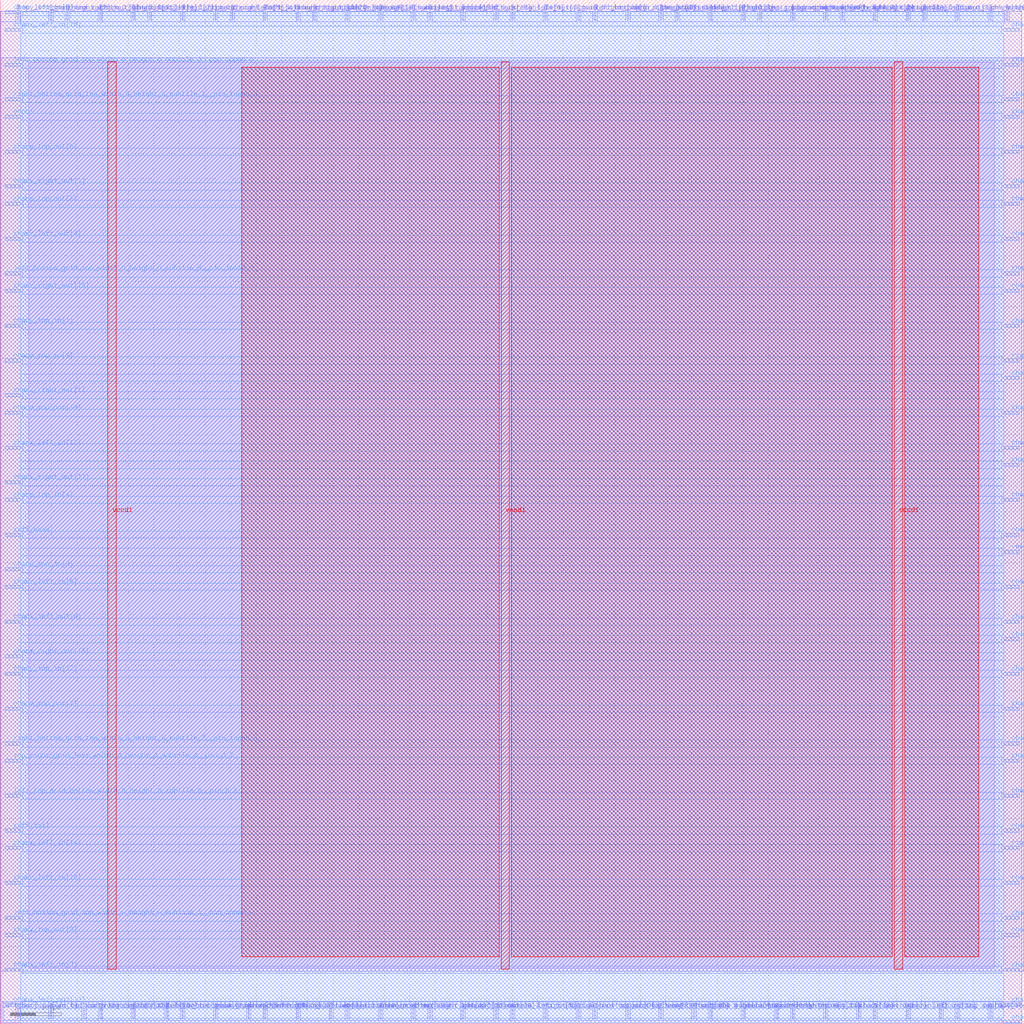
<source format=lef>
VERSION 5.7 ;
  NOWIREEXTENSIONATPIN ON ;
  DIVIDERCHAR "/" ;
  BUSBITCHARS "[]" ;
MACRO sb_1__0_
  CLASS BLOCK ;
  FOREIGN sb_1__0_ ;
  ORIGIN 0.000 0.000 ;
  SIZE 200.000 BY 200.000 ;
  PIN ccff_head
    DIRECTION INPUT ;
    USE SIGNAL ;
    PORT
      LAYER met3 ;
        RECT 1.000 95.240 4.000 95.840 ;
    END
  END ccff_head
  PIN ccff_tail
    DIRECTION OUTPUT TRISTATE ;
    USE SIGNAL ;
    PORT
      LAYER met3 ;
        RECT 1.000 37.440 4.000 38.040 ;
    END
  END ccff_tail
  PIN chanx_left_in[0]
    DIRECTION INPUT ;
    USE SIGNAL ;
    PORT
      LAYER met2 ;
        RECT 25.850 196.000 26.130 199.000 ;
    END
  END chanx_left_in[0]
  PIN chanx_left_in[10]
    DIRECTION INPUT ;
    USE SIGNAL ;
    PORT
      LAYER met3 ;
        RECT 1.000 27.240 4.000 27.840 ;
    END
  END chanx_left_in[10]
  PIN chanx_left_in[11]
    DIRECTION INPUT ;
    USE SIGNAL ;
    PORT
      LAYER met2 ;
        RECT 177.190 1.000 177.470 4.000 ;
    END
  END chanx_left_in[11]
  PIN chanx_left_in[12]
    DIRECTION INPUT ;
    USE SIGNAL ;
    PORT
      LAYER met2 ;
        RECT 128.890 1.000 129.170 4.000 ;
    END
  END chanx_left_in[12]
  PIN chanx_left_in[13]
    DIRECTION INPUT ;
    USE SIGNAL ;
    PORT
      LAYER met3 ;
        RECT 1.000 112.240 4.000 112.840 ;
    END
  END chanx_left_in[13]
  PIN chanx_left_in[14]
    DIRECTION INPUT ;
    USE SIGNAL ;
    PORT
      LAYER met3 ;
        RECT 1.000 34.040 4.000 34.640 ;
    END
  END chanx_left_in[14]
  PIN chanx_left_in[15]
    DIRECTION INPUT ;
    USE SIGNAL ;
    PORT
      LAYER met2 ;
        RECT 90.250 196.000 90.530 199.000 ;
    END
  END chanx_left_in[15]
  PIN chanx_left_in[16]
    DIRECTION INPUT ;
    USE SIGNAL ;
    PORT
      LAYER met3 ;
        RECT 1.000 193.840 4.000 194.440 ;
    END
  END chanx_left_in[16]
  PIN chanx_left_in[17]
    DIRECTION INPUT ;
    USE SIGNAL ;
    PORT
      LAYER met2 ;
        RECT 64.490 1.000 64.770 4.000 ;
    END
  END chanx_left_in[17]
  PIN chanx_left_in[18]
    DIRECTION INPUT ;
    USE SIGNAL ;
    PORT
      LAYER met2 ;
        RECT 144.990 1.000 145.270 4.000 ;
    END
  END chanx_left_in[18]
  PIN chanx_left_in[1]
    DIRECTION INPUT ;
    USE SIGNAL ;
    PORT
      LAYER met2 ;
        RECT 128.890 196.000 129.170 199.000 ;
    END
  END chanx_left_in[1]
  PIN chanx_left_in[2]
    DIRECTION INPUT ;
    USE SIGNAL ;
    PORT
      LAYER met2 ;
        RECT 29.070 196.000 29.350 199.000 ;
    END
  END chanx_left_in[2]
  PIN chanx_left_in[3]
    DIRECTION INPUT ;
    USE SIGNAL ;
    PORT
      LAYER met2 ;
        RECT 122.450 1.000 122.730 4.000 ;
    END
  END chanx_left_in[3]
  PIN chanx_left_in[4]
    DIRECTION INPUT ;
    USE SIGNAL ;
    PORT
      LAYER met2 ;
        RECT 45.170 196.000 45.450 199.000 ;
    END
  END chanx_left_in[4]
  PIN chanx_left_in[5]
    DIRECTION INPUT ;
    USE SIGNAL ;
    PORT
      LAYER met2 ;
        RECT 99.910 1.000 100.190 4.000 ;
    END
  END chanx_left_in[5]
  PIN chanx_left_in[6]
    DIRECTION INPUT ;
    USE SIGNAL ;
    PORT
      LAYER met3 ;
        RECT 1.000 85.040 4.000 85.640 ;
    END
  END chanx_left_in[6]
  PIN chanx_left_in[7]
    DIRECTION INPUT ;
    USE SIGNAL ;
    PORT
      LAYER met3 ;
        RECT 1.000 10.240 4.000 10.840 ;
    END
  END chanx_left_in[7]
  PIN chanx_left_in[8]
    DIRECTION INPUT ;
    USE SIGNAL ;
    PORT
      LAYER met2 ;
        RECT 138.550 196.000 138.830 199.000 ;
    END
  END chanx_left_in[8]
  PIN chanx_left_in[9]
    DIRECTION INPUT ;
    USE SIGNAL ;
    PORT
      LAYER met2 ;
        RECT 58.050 1.000 58.330 4.000 ;
    END
  END chanx_left_in[9]
  PIN chanx_left_out[0]
    DIRECTION OUTPUT TRISTATE ;
    USE SIGNAL ;
    PORT
      LAYER met3 ;
        RECT 196.000 159.840 199.000 160.440 ;
    END
  END chanx_left_out[0]
  PIN chanx_left_out[10]
    DIRECTION OUTPUT TRISTATE ;
    USE SIGNAL ;
    PORT
      LAYER met3 ;
        RECT 196.000 136.040 199.000 136.640 ;
    END
  END chanx_left_out[10]
  PIN chanx_left_out[11]
    DIRECTION OUTPUT TRISTATE ;
    USE SIGNAL ;
    PORT
      LAYER met2 ;
        RECT 48.390 1.000 48.670 4.000 ;
    END
  END chanx_left_out[11]
  PIN chanx_left_out[12]
    DIRECTION OUTPUT TRISTATE ;
    USE SIGNAL ;
    PORT
      LAYER met3 ;
        RECT 1.000 3.440 4.000 4.040 ;
    END
  END chanx_left_out[12]
  PIN chanx_left_out[13]
    DIRECTION OUTPUT TRISTATE ;
    USE SIGNAL ;
    PORT
      LAYER met3 ;
        RECT 196.000 44.240 199.000 44.840 ;
    END
  END chanx_left_out[13]
  PIN chanx_left_out[14]
    DIRECTION OUTPUT TRISTATE ;
    USE SIGNAL ;
    PORT
      LAYER met2 ;
        RECT 74.150 196.000 74.430 199.000 ;
    END
  END chanx_left_out[14]
  PIN chanx_left_out[15]
    DIRECTION OUTPUT TRISTATE ;
    USE SIGNAL ;
    PORT
      LAYER met3 ;
        RECT 196.000 153.040 199.000 153.640 ;
    END
  END chanx_left_out[15]
  PIN chanx_left_out[16]
    DIRECTION OUTPUT TRISTATE ;
    USE SIGNAL ;
    PORT
      LAYER met3 ;
        RECT 196.000 142.840 199.000 143.440 ;
    END
  END chanx_left_out[16]
  PIN chanx_left_out[17]
    DIRECTION OUTPUT TRISTATE ;
    USE SIGNAL ;
    PORT
      LAYER met2 ;
        RECT 161.090 196.000 161.370 199.000 ;
    END
  END chanx_left_out[17]
  PIN chanx_left_out[18]
    DIRECTION OUTPUT TRISTATE ;
    USE SIGNAL ;
    PORT
      LAYER met2 ;
        RECT 90.250 1.000 90.530 4.000 ;
    END
  END chanx_left_out[18]
  PIN chanx_left_out[1]
    DIRECTION OUTPUT TRISTATE ;
    USE SIGNAL ;
    PORT
      LAYER met2 ;
        RECT 180.410 196.000 180.690 199.000 ;
    END
  END chanx_left_out[1]
  PIN chanx_left_out[2]
    DIRECTION OUTPUT TRISTATE ;
    USE SIGNAL ;
    PORT
      LAYER met3 ;
        RECT 196.000 61.240 199.000 61.840 ;
    END
  END chanx_left_out[2]
  PIN chanx_left_out[3]
    DIRECTION OUTPUT TRISTATE ;
    USE SIGNAL ;
    PORT
      LAYER met2 ;
        RECT 167.530 1.000 167.810 4.000 ;
    END
  END chanx_left_out[3]
  PIN chanx_left_out[4]
    DIRECTION OUTPUT TRISTATE ;
    USE SIGNAL ;
    PORT
      LAYER met3 ;
        RECT 1.000 153.040 4.000 153.640 ;
    END
  END chanx_left_out[4]
  PIN chanx_left_out[5]
    DIRECTION OUTPUT TRISTATE ;
    USE SIGNAL ;
    PORT
      LAYER met3 ;
        RECT 1.000 78.240 4.000 78.840 ;
    END
  END chanx_left_out[5]
  PIN chanx_left_out[6]
    DIRECTION OUTPUT TRISTATE ;
    USE SIGNAL ;
    PORT
      LAYER met3 ;
        RECT 196.000 10.240 199.000 10.840 ;
    END
  END chanx_left_out[6]
  PIN chanx_left_out[7]
    DIRECTION OUTPUT TRISTATE ;
    USE SIGNAL ;
    PORT
      LAYER met2 ;
        RECT 99.910 196.000 100.190 199.000 ;
    END
  END chanx_left_out[7]
  PIN chanx_left_out[8]
    DIRECTION OUTPUT TRISTATE ;
    USE SIGNAL ;
    PORT
      LAYER met3 ;
        RECT 196.000 176.840 199.000 177.440 ;
    END
  END chanx_left_out[8]
  PIN chanx_left_out[9]
    DIRECTION OUTPUT TRISTATE ;
    USE SIGNAL ;
    PORT
      LAYER met3 ;
        RECT 196.000 0.040 199.000 0.640 ;
    END
  END chanx_left_out[9]
  PIN chanx_right_in[0]
    DIRECTION INPUT ;
    USE SIGNAL ;
    PORT
      LAYER met2 ;
        RECT 96.690 196.000 96.970 199.000 ;
    END
  END chanx_right_in[0]
  PIN chanx_right_in[10]
    DIRECTION INPUT ;
    USE SIGNAL ;
    PORT
      LAYER met2 ;
        RECT 170.750 1.000 171.030 4.000 ;
    END
  END chanx_right_in[10]
  PIN chanx_right_in[11]
    DIRECTION INPUT ;
    USE SIGNAL ;
    PORT
      LAYER met2 ;
        RECT 154.650 196.000 154.930 199.000 ;
    END
  END chanx_right_in[11]
  PIN chanx_right_in[12]
    DIRECTION INPUT ;
    USE SIGNAL ;
    PORT
      LAYER met2 ;
        RECT 170.750 196.000 171.030 199.000 ;
    END
  END chanx_right_in[12]
  PIN chanx_right_in[13]
    DIRECTION INPUT ;
    USE SIGNAL ;
    PORT
      LAYER met3 ;
        RECT 196.000 187.040 199.000 187.640 ;
    END
  END chanx_right_in[13]
  PIN chanx_right_in[14]
    DIRECTION INPUT ;
    USE SIGNAL ;
    PORT
      LAYER met2 ;
        RECT 80.590 196.000 80.870 199.000 ;
    END
  END chanx_right_in[14]
  PIN chanx_right_in[15]
    DIRECTION INPUT ;
    USE SIGNAL ;
    PORT
      LAYER met3 ;
        RECT 196.000 54.440 199.000 55.040 ;
    END
  END chanx_right_in[15]
  PIN chanx_right_in[16]
    DIRECTION INPUT ;
    USE SIGNAL ;
    PORT
      LAYER met3 ;
        RECT 196.000 68.040 199.000 68.640 ;
    END
  END chanx_right_in[16]
  PIN chanx_right_in[17]
    DIRECTION INPUT ;
    USE SIGNAL ;
    PORT
      LAYER met3 ;
        RECT 196.000 95.240 199.000 95.840 ;
    END
  END chanx_right_in[17]
  PIN chanx_right_in[18]
    DIRECTION INPUT ;
    USE SIGNAL ;
    PORT
      LAYER met2 ;
        RECT 138.550 1.000 138.830 4.000 ;
    END
  END chanx_right_in[18]
  PIN chanx_right_in[1]
    DIRECTION INPUT ;
    USE SIGNAL ;
    PORT
      LAYER met3 ;
        RECT 196.000 193.840 199.000 194.440 ;
    END
  END chanx_right_in[1]
  PIN chanx_right_in[2]
    DIRECTION INPUT ;
    USE SIGNAL ;
    PORT
      LAYER met3 ;
        RECT 196.000 163.240 199.000 163.840 ;
    END
  END chanx_right_in[2]
  PIN chanx_right_in[3]
    DIRECTION INPUT ;
    USE SIGNAL ;
    PORT
      LAYER met2 ;
        RECT 122.450 196.000 122.730 199.000 ;
    END
  END chanx_right_in[3]
  PIN chanx_right_in[4]
    DIRECTION INPUT ;
    USE SIGNAL ;
    PORT
      LAYER met2 ;
        RECT 61.270 196.000 61.550 199.000 ;
    END
  END chanx_right_in[4]
  PIN chanx_right_in[5]
    DIRECTION INPUT ;
    USE SIGNAL ;
    PORT
      LAYER met3 ;
        RECT 196.000 119.040 199.000 119.640 ;
    END
  END chanx_right_in[5]
  PIN chanx_right_in[6]
    DIRECTION INPUT ;
    USE SIGNAL ;
    PORT
      LAYER met2 ;
        RECT 41.950 196.000 42.230 199.000 ;
    END
  END chanx_right_in[6]
  PIN chanx_right_in[7]
    DIRECTION INPUT ;
    USE SIGNAL ;
    PORT
      LAYER met2 ;
        RECT 58.050 196.000 58.330 199.000 ;
    END
  END chanx_right_in[7]
  PIN chanx_right_in[8]
    DIRECTION INPUT ;
    USE SIGNAL ;
    PORT
      LAYER met2 ;
        RECT 112.790 196.000 113.070 199.000 ;
    END
  END chanx_right_in[8]
  PIN chanx_right_in[9]
    DIRECTION INPUT ;
    USE SIGNAL ;
    PORT
      LAYER met2 ;
        RECT 51.610 1.000 51.890 4.000 ;
    END
  END chanx_right_in[9]
  PIN chanx_right_out[0]
    DIRECTION OUTPUT TRISTATE ;
    USE SIGNAL ;
    PORT
      LAYER met2 ;
        RECT 12.970 196.000 13.250 199.000 ;
    END
  END chanx_right_out[0]
  PIN chanx_right_out[10]
    DIRECTION OUTPUT TRISTATE ;
    USE SIGNAL ;
    PORT
      LAYER met3 ;
        RECT 196.000 74.840 199.000 75.440 ;
    END
  END chanx_right_out[10]
  PIN chanx_right_out[11]
    DIRECTION OUTPUT TRISTATE ;
    USE SIGNAL ;
    PORT
      LAYER met2 ;
        RECT 19.410 196.000 19.690 199.000 ;
    END
  END chanx_right_out[11]
  PIN chanx_right_out[12]
    DIRECTION OUTPUT TRISTATE ;
    USE SIGNAL ;
    PORT
      LAYER met3 ;
        RECT 196.000 3.440 199.000 4.040 ;
    END
  END chanx_right_out[12]
  PIN chanx_right_out[13]
    DIRECTION OUTPUT TRISTATE ;
    USE SIGNAL ;
    PORT
      LAYER met3 ;
        RECT 1.000 71.440 4.000 72.040 ;
    END
  END chanx_right_out[13]
  PIN chanx_right_out[14]
    DIRECTION OUTPUT TRISTATE ;
    USE SIGNAL ;
    PORT
      LAYER met3 ;
        RECT 196.000 37.440 199.000 38.040 ;
    END
  END chanx_right_out[14]
  PIN chanx_right_out[15]
    DIRECTION OUTPUT TRISTATE ;
    USE SIGNAL ;
    PORT
      LAYER met3 ;
        RECT 1.000 142.840 4.000 143.440 ;
    END
  END chanx_right_out[15]
  PIN chanx_right_out[16]
    DIRECTION OUTPUT TRISTATE ;
    USE SIGNAL ;
    PORT
      LAYER met2 ;
        RECT 83.810 1.000 84.090 4.000 ;
    END
  END chanx_right_out[16]
  PIN chanx_right_out[17]
    DIRECTION OUTPUT TRISTATE ;
    USE SIGNAL ;
    PORT
      LAYER met3 ;
        RECT 1.000 105.440 4.000 106.040 ;
    END
  END chanx_right_out[17]
  PIN chanx_right_out[18]
    DIRECTION OUTPUT TRISTATE ;
    USE SIGNAL ;
    PORT
      LAYER met2 ;
        RECT 80.590 1.000 80.870 4.000 ;
    END
  END chanx_right_out[18]
  PIN chanx_right_out[1]
    DIRECTION OUTPUT TRISTATE ;
    USE SIGNAL ;
    PORT
      LAYER met3 ;
        RECT 1.000 122.440 4.000 123.040 ;
    END
  END chanx_right_out[1]
  PIN chanx_right_out[2]
    DIRECTION OUTPUT TRISTATE ;
    USE SIGNAL ;
    PORT
      LAYER met2 ;
        RECT 164.310 196.000 164.590 199.000 ;
    END
  END chanx_right_out[2]
  PIN chanx_right_out[3]
    DIRECTION OUTPUT TRISTATE ;
    USE SIGNAL ;
    PORT
      LAYER met3 ;
        RECT 1.000 163.240 4.000 163.840 ;
    END
  END chanx_right_out[3]
  PIN chanx_right_out[4]
    DIRECTION OUTPUT TRISTATE ;
    USE SIGNAL ;
    PORT
      LAYER met2 ;
        RECT 151.430 1.000 151.710 4.000 ;
    END
  END chanx_right_out[4]
  PIN chanx_right_out[5]
    DIRECTION OUTPUT TRISTATE ;
    USE SIGNAL ;
    PORT
      LAYER met3 ;
        RECT 196.000 125.840 199.000 126.440 ;
    END
  END chanx_right_out[5]
  PIN chanx_right_out[6]
    DIRECTION OUTPUT TRISTATE ;
    USE SIGNAL ;
    PORT
      LAYER met3 ;
        RECT 196.000 27.240 199.000 27.840 ;
    END
  END chanx_right_out[6]
  PIN chanx_right_out[7]
    DIRECTION OUTPUT TRISTATE ;
    USE SIGNAL ;
    PORT
      LAYER met2 ;
        RECT 132.110 196.000 132.390 199.000 ;
    END
  END chanx_right_out[7]
  PIN chanx_right_out[8]
    DIRECTION OUTPUT TRISTATE ;
    USE SIGNAL ;
    PORT
      LAYER met2 ;
        RECT 196.510 196.000 196.790 199.000 ;
    END
  END chanx_right_out[8]
  PIN chanx_right_out[9]
    DIRECTION OUTPUT TRISTATE ;
    USE SIGNAL ;
    PORT
      LAYER met2 ;
        RECT 186.850 196.000 187.130 199.000 ;
    END
  END chanx_right_out[9]
  PIN chany_top_in[0]
    DIRECTION INPUT ;
    USE SIGNAL ;
    PORT
      LAYER met2 ;
        RECT 3.310 1.000 3.590 4.000 ;
    END
  END chany_top_in[0]
  PIN chany_top_in[10]
    DIRECTION INPUT ;
    USE SIGNAL ;
    PORT
      LAYER met2 ;
        RECT 25.850 1.000 26.130 4.000 ;
    END
  END chany_top_in[10]
  PIN chany_top_in[11]
    DIRECTION INPUT ;
    USE SIGNAL ;
    PORT
      LAYER met2 ;
        RECT 193.290 1.000 193.570 4.000 ;
    END
  END chany_top_in[11]
  PIN chany_top_in[12]
    DIRECTION INPUT ;
    USE SIGNAL ;
    PORT
      LAYER met3 ;
        RECT 1.000 68.040 4.000 68.640 ;
    END
  END chany_top_in[12]
  PIN chany_top_in[13]
    DIRECTION INPUT ;
    USE SIGNAL ;
    PORT
      LAYER met3 ;
        RECT 196.000 108.840 199.000 109.440 ;
    END
  END chany_top_in[13]
  PIN chany_top_in[14]
    DIRECTION INPUT ;
    USE SIGNAL ;
    PORT
      LAYER met3 ;
        RECT 196.000 78.240 199.000 78.840 ;
    END
  END chany_top_in[14]
  PIN chany_top_in[15]
    DIRECTION INPUT ;
    USE SIGNAL ;
    PORT
      LAYER met2 ;
        RECT 83.810 196.000 84.090 199.000 ;
    END
  END chany_top_in[15]
  PIN chany_top_in[16]
    DIRECTION INPUT ;
    USE SIGNAL ;
    PORT
      LAYER met2 ;
        RECT 16.190 1.000 16.470 4.000 ;
    END
  END chany_top_in[16]
  PIN chany_top_in[17]
    DIRECTION INPUT ;
    USE SIGNAL ;
    PORT
      LAYER met3 ;
        RECT 196.000 17.040 199.000 17.640 ;
    END
  END chany_top_in[17]
  PIN chany_top_in[18]
    DIRECTION INPUT ;
    USE SIGNAL ;
    PORT
      LAYER met3 ;
        RECT 196.000 85.040 199.000 85.640 ;
    END
  END chany_top_in[18]
  PIN chany_top_in[1]
    DIRECTION INPUT ;
    USE SIGNAL ;
    PORT
      LAYER met3 ;
        RECT 1.000 136.040 4.000 136.640 ;
    END
  END chany_top_in[1]
  PIN chany_top_in[2]
    DIRECTION INPUT ;
    USE SIGNAL ;
    PORT
      LAYER met2 ;
        RECT 9.750 196.000 10.030 199.000 ;
    END
  END chany_top_in[2]
  PIN chany_top_in[3]
    DIRECTION INPUT ;
    USE SIGNAL ;
    PORT
      LAYER met3 ;
        RECT 1.000 129.240 4.000 129.840 ;
    END
  END chany_top_in[3]
  PIN chany_top_in[4]
    DIRECTION INPUT ;
    USE SIGNAL ;
    PORT
      LAYER met3 ;
        RECT 1.000 102.040 4.000 102.640 ;
    END
  END chany_top_in[4]
  PIN chany_top_in[5]
    DIRECTION INPUT ;
    USE SIGNAL ;
    PORT
      LAYER met3 ;
        RECT 1.000 197.240 4.000 197.840 ;
    END
  END chany_top_in[5]
  PIN chany_top_in[6]
    DIRECTION INPUT ;
    USE SIGNAL ;
    PORT
      LAYER met2 ;
        RECT 193.290 196.000 193.570 199.000 ;
    END
  END chany_top_in[6]
  PIN chany_top_in[7]
    DIRECTION INPUT ;
    USE SIGNAL ;
    PORT
      LAYER met2 ;
        RECT 41.950 1.000 42.230 4.000 ;
    END
  END chany_top_in[7]
  PIN chany_top_in[8]
    DIRECTION INPUT ;
    USE SIGNAL ;
    PORT
      LAYER met3 ;
        RECT 1.000 88.440 4.000 89.040 ;
    END
  END chany_top_in[8]
  PIN chany_top_in[9]
    DIRECTION INPUT ;
    USE SIGNAL ;
    PORT
      LAYER met2 ;
        RECT 116.010 1.000 116.290 4.000 ;
    END
  END chany_top_in[9]
  PIN chany_top_out[0]
    DIRECTION OUTPUT TRISTATE ;
    USE SIGNAL ;
    PORT
      LAYER met2 ;
        RECT 186.850 1.000 187.130 4.000 ;
    END
  END chany_top_out[0]
  PIN chany_top_out[10]
    DIRECTION OUTPUT TRISTATE ;
    USE SIGNAL ;
    PORT
      LAYER met2 ;
        RECT 67.710 196.000 67.990 199.000 ;
    END
  END chany_top_out[10]
  PIN chany_top_out[11]
    DIRECTION OUTPUT TRISTATE ;
    USE SIGNAL ;
    PORT
      LAYER met2 ;
        RECT 154.650 1.000 154.930 4.000 ;
    END
  END chany_top_out[11]
  PIN chany_top_out[12]
    DIRECTION OUTPUT TRISTATE ;
    USE SIGNAL ;
    PORT
      LAYER met2 ;
        RECT 19.410 1.000 19.690 4.000 ;
    END
  END chany_top_out[12]
  PIN chany_top_out[13]
    DIRECTION OUTPUT TRISTATE ;
    USE SIGNAL ;
    PORT
      LAYER met2 ;
        RECT 74.150 1.000 74.430 4.000 ;
    END
  END chany_top_out[13]
  PIN chany_top_out[14]
    DIRECTION OUTPUT TRISTATE ;
    USE SIGNAL ;
    PORT
      LAYER met3 ;
        RECT 196.000 20.440 199.000 21.040 ;
    END
  END chany_top_out[14]
  PIN chany_top_out[15]
    DIRECTION OUTPUT TRISTATE ;
    USE SIGNAL ;
    PORT
      LAYER met3 ;
        RECT 196.000 146.240 199.000 146.840 ;
    END
  END chany_top_out[15]
  PIN chany_top_out[16]
    DIRECTION OUTPUT TRISTATE ;
    USE SIGNAL ;
    PORT
      LAYER met3 ;
        RECT 196.000 102.040 199.000 102.640 ;
    END
  END chany_top_out[16]
  PIN chany_top_out[17]
    DIRECTION OUTPUT TRISTATE ;
    USE SIGNAL ;
    PORT
      LAYER met2 ;
        RECT 161.090 1.000 161.370 4.000 ;
    END
  END chany_top_out[17]
  PIN chany_top_out[18]
    DIRECTION OUTPUT TRISTATE ;
    USE SIGNAL ;
    PORT
      LAYER met3 ;
        RECT 1.000 119.040 4.000 119.640 ;
    END
  END chany_top_out[18]
  PIN chany_top_out[1]
    DIRECTION OUTPUT TRISTATE ;
    USE SIGNAL ;
    PORT
      LAYER met3 ;
        RECT 196.000 51.040 199.000 51.640 ;
    END
  END chany_top_out[1]
  PIN chany_top_out[2]
    DIRECTION OUTPUT TRISTATE ;
    USE SIGNAL ;
    PORT
      LAYER met3 ;
        RECT 1.000 159.840 4.000 160.440 ;
    END
  END chany_top_out[2]
  PIN chany_top_out[3]
    DIRECTION OUTPUT TRISTATE ;
    USE SIGNAL ;
    PORT
      LAYER met3 ;
        RECT 196.000 112.240 199.000 112.840 ;
    END
  END chany_top_out[3]
  PIN chany_top_out[4]
    DIRECTION OUTPUT TRISTATE ;
    USE SIGNAL ;
    PORT
      LAYER met3 ;
        RECT 196.000 170.040 199.000 170.640 ;
    END
  END chany_top_out[4]
  PIN chany_top_out[5]
    DIRECTION OUTPUT TRISTATE ;
    USE SIGNAL ;
    PORT
      LAYER met2 ;
        RECT 183.630 1.000 183.910 4.000 ;
    END
  END chany_top_out[5]
  PIN chany_top_out[6]
    DIRECTION OUTPUT TRISTATE ;
    USE SIGNAL ;
    PORT
      LAYER met3 ;
        RECT 196.000 180.240 199.000 180.840 ;
    END
  END chany_top_out[6]
  PIN chany_top_out[7]
    DIRECTION OUTPUT TRISTATE ;
    USE SIGNAL ;
    PORT
      LAYER met3 ;
        RECT 1.000 61.240 4.000 61.840 ;
    END
  END chany_top_out[7]
  PIN chany_top_out[8]
    DIRECTION OUTPUT TRISTATE ;
    USE SIGNAL ;
    PORT
      LAYER met3 ;
        RECT 1.000 170.040 4.000 170.640 ;
    END
  END chany_top_out[8]
  PIN chany_top_out[9]
    DIRECTION OUTPUT TRISTATE ;
    USE SIGNAL ;
    PORT
      LAYER met3 ;
        RECT 1.000 17.040 4.000 17.640 ;
    END
  END chany_top_out[9]
  PIN left_bottom_grid_top_width_0_height_0_subtile_0__pin_inpad_0_
    DIRECTION INPUT ;
    USE SIGNAL ;
    PORT
      LAYER met2 ;
        RECT 0.090 1.000 0.370 4.000 ;
    END
  END left_bottom_grid_top_width_0_height_0_subtile_0__pin_inpad_0_
  PIN left_bottom_grid_top_width_0_height_0_subtile_1__pin_inpad_0_
    DIRECTION INPUT ;
    USE SIGNAL ;
    PORT
      LAYER met3 ;
        RECT 1.000 20.440 4.000 21.040 ;
    END
  END left_bottom_grid_top_width_0_height_0_subtile_1__pin_inpad_0_
  PIN left_bottom_grid_top_width_0_height_0_subtile_2__pin_inpad_0_
    DIRECTION INPUT ;
    USE SIGNAL ;
    PORT
      LAYER met3 ;
        RECT 1.000 187.040 4.000 187.640 ;
    END
  END left_bottom_grid_top_width_0_height_0_subtile_2__pin_inpad_0_
  PIN left_bottom_grid_top_width_0_height_0_subtile_3__pin_inpad_0_
    DIRECTION INPUT ;
    USE SIGNAL ;
    PORT
      LAYER met2 ;
        RECT 51.610 196.000 51.890 199.000 ;
    END
  END left_bottom_grid_top_width_0_height_0_subtile_3__pin_inpad_0_
  PIN left_bottom_grid_top_width_0_height_0_subtile_4__pin_inpad_0_
    DIRECTION INPUT ;
    USE SIGNAL ;
    PORT
      LAYER met2 ;
        RECT 116.010 196.000 116.290 199.000 ;
    END
  END left_bottom_grid_top_width_0_height_0_subtile_4__pin_inpad_0_
  PIN left_bottom_grid_top_width_0_height_0_subtile_5__pin_inpad_0_
    DIRECTION INPUT ;
    USE SIGNAL ;
    PORT
      LAYER met3 ;
        RECT 1.000 146.240 4.000 146.840 ;
    END
  END left_bottom_grid_top_width_0_height_0_subtile_5__pin_inpad_0_
  PIN left_bottom_grid_top_width_0_height_0_subtile_6__pin_inpad_0_
    DIRECTION INPUT ;
    USE SIGNAL ;
    PORT
      LAYER met2 ;
        RECT 32.290 1.000 32.570 4.000 ;
    END
  END left_bottom_grid_top_width_0_height_0_subtile_6__pin_inpad_0_
  PIN left_bottom_grid_top_width_0_height_0_subtile_7__pin_inpad_0_
    DIRECTION INPUT ;
    USE SIGNAL ;
    PORT
      LAYER met2 ;
        RECT 9.750 1.000 10.030 4.000 ;
    END
  END left_bottom_grid_top_width_0_height_0_subtile_7__pin_inpad_0_
  PIN left_top_grid_bottom_width_0_height_0_subtile_0__pin_O_2_
    DIRECTION INPUT ;
    USE SIGNAL ;
    PORT
      LAYER met3 ;
        RECT 1.000 44.240 4.000 44.840 ;
    END
  END left_top_grid_bottom_width_0_height_0_subtile_0__pin_O_2_
  PIN left_top_grid_bottom_width_0_height_0_subtile_0__pin_O_6_
    DIRECTION INPUT ;
    USE SIGNAL ;
    PORT
      LAYER met2 ;
        RECT 106.350 196.000 106.630 199.000 ;
    END
  END left_top_grid_bottom_width_0_height_0_subtile_0__pin_O_6_
  PIN pReset
    DIRECTION INPUT ;
    USE SIGNAL ;
    PORT
      LAYER met2 ;
        RECT 96.690 1.000 96.970 4.000 ;
    END
  END pReset
  PIN prog_clk
    DIRECTION INPUT ;
    USE SIGNAL ;
    PORT
      LAYER met2 ;
        RECT 177.190 196.000 177.470 199.000 ;
    END
  END prog_clk
  PIN right_bottom_grid_top_width_0_height_0_subtile_0__pin_inpad_0_
    DIRECTION INPUT ;
    USE SIGNAL ;
    PORT
      LAYER met3 ;
        RECT 196.000 34.040 199.000 34.640 ;
    END
  END right_bottom_grid_top_width_0_height_0_subtile_0__pin_inpad_0_
  PIN right_bottom_grid_top_width_0_height_0_subtile_1__pin_inpad_0_
    DIRECTION INPUT ;
    USE SIGNAL ;
    PORT
      LAYER met3 ;
        RECT 1.000 180.240 4.000 180.840 ;
    END
  END right_bottom_grid_top_width_0_height_0_subtile_1__pin_inpad_0_
  PIN right_bottom_grid_top_width_0_height_0_subtile_2__pin_inpad_0_
    DIRECTION INPUT ;
    USE SIGNAL ;
    PORT
      LAYER met3 ;
        RECT 1.000 54.440 4.000 55.040 ;
    END
  END right_bottom_grid_top_width_0_height_0_subtile_2__pin_inpad_0_
  PIN right_bottom_grid_top_width_0_height_0_subtile_3__pin_inpad_0_
    DIRECTION INPUT ;
    USE SIGNAL ;
    PORT
      LAYER met2 ;
        RECT 35.510 1.000 35.790 4.000 ;
    END
  END right_bottom_grid_top_width_0_height_0_subtile_3__pin_inpad_0_
  PIN right_bottom_grid_top_width_0_height_0_subtile_4__pin_inpad_0_
    DIRECTION INPUT ;
    USE SIGNAL ;
    PORT
      LAYER met2 ;
        RECT 67.710 1.000 67.990 4.000 ;
    END
  END right_bottom_grid_top_width_0_height_0_subtile_4__pin_inpad_0_
  PIN right_bottom_grid_top_width_0_height_0_subtile_5__pin_inpad_0_
    DIRECTION INPUT ;
    USE SIGNAL ;
    PORT
      LAYER met2 ;
        RECT 106.350 1.000 106.630 4.000 ;
    END
  END right_bottom_grid_top_width_0_height_0_subtile_5__pin_inpad_0_
  PIN right_bottom_grid_top_width_0_height_0_subtile_6__pin_inpad_0_
    DIRECTION INPUT ;
    USE SIGNAL ;
    PORT
      LAYER met3 ;
        RECT 196.000 129.240 199.000 129.840 ;
    END
  END right_bottom_grid_top_width_0_height_0_subtile_6__pin_inpad_0_
  PIN right_bottom_grid_top_width_0_height_0_subtile_7__pin_inpad_0_
    DIRECTION INPUT ;
    USE SIGNAL ;
    PORT
      LAYER met2 ;
        RECT 112.790 1.000 113.070 4.000 ;
    END
  END right_bottom_grid_top_width_0_height_0_subtile_7__pin_inpad_0_
  PIN right_top_grid_bottom_width_0_height_0_subtile_0__pin_O_2_
    DIRECTION INPUT ;
    USE SIGNAL ;
    PORT
      LAYER met2 ;
        RECT 148.210 196.000 148.490 199.000 ;
    END
  END right_top_grid_bottom_width_0_height_0_subtile_0__pin_O_2_
  PIN right_top_grid_bottom_width_0_height_0_subtile_0__pin_O_6_
    DIRECTION INPUT ;
    USE SIGNAL ;
    PORT
      LAYER met2 ;
        RECT 144.990 196.000 145.270 199.000 ;
    END
  END right_top_grid_bottom_width_0_height_0_subtile_0__pin_O_6_
  PIN top_left_grid_right_width_0_height_0_subtile_0__pin_O_1_
    DIRECTION INPUT ;
    USE SIGNAL ;
    PORT
      LAYER met2 ;
        RECT 3.310 196.000 3.590 199.000 ;
    END
  END top_left_grid_right_width_0_height_0_subtile_0__pin_O_1_
  PIN top_left_grid_right_width_0_height_0_subtile_0__pin_O_5_
    DIRECTION INPUT ;
    USE SIGNAL ;
    PORT
      LAYER met2 ;
        RECT 35.510 196.000 35.790 199.000 ;
    END
  END top_left_grid_right_width_0_height_0_subtile_0__pin_O_5_
  PIN top_right_grid_left_width_0_height_0_subtile_0__pin_O_3_
    DIRECTION INPUT ;
    USE SIGNAL ;
    PORT
      LAYER met2 ;
        RECT 135.330 1.000 135.610 4.000 ;
    END
  END top_right_grid_left_width_0_height_0_subtile_0__pin_O_3_
  PIN top_right_grid_left_width_0_height_0_subtile_0__pin_O_7_
    DIRECTION INPUT ;
    USE SIGNAL ;
    PORT
      LAYER met3 ;
        RECT 1.000 51.040 4.000 51.640 ;
    END
  END top_right_grid_left_width_0_height_0_subtile_0__pin_O_7_
  PIN vccd1
    DIRECTION INOUT ;
    USE SIGNAL ;
    PORT
      LAYER met3 ;
        RECT 1.000 176.840 4.000 177.440 ;
    END
    PORT
      LAYER met4 ;
        RECT 21.040 10.640 22.640 187.920 ;
    END
    PORT
      LAYER met4 ;
        RECT 174.640 10.640 176.240 187.920 ;
    END
  END vccd1
  PIN vssd1
    DIRECTION INOUT ;
    USE SIGNAL ;
    PORT
      LAYER met3 ;
        RECT 196.000 91.840 199.000 92.440 ;
    END
    PORT
      LAYER met4 ;
        RECT 97.840 10.640 99.440 187.920 ;
    END
  END vssd1
  OBS
      LAYER li1 ;
        RECT 5.520 10.795 194.120 187.765 ;
      LAYER met1 ;
        RECT 0.070 10.240 199.940 188.660 ;
      LAYER met2 ;
        RECT 0.100 195.720 3.030 197.725 ;
        RECT 3.870 195.720 9.470 197.725 ;
        RECT 10.310 195.720 12.690 197.725 ;
        RECT 13.530 195.720 19.130 197.725 ;
        RECT 19.970 195.720 25.570 197.725 ;
        RECT 26.410 195.720 28.790 197.725 ;
        RECT 29.630 195.720 35.230 197.725 ;
        RECT 36.070 195.720 41.670 197.725 ;
        RECT 42.510 195.720 44.890 197.725 ;
        RECT 45.730 195.720 51.330 197.725 ;
        RECT 52.170 195.720 57.770 197.725 ;
        RECT 58.610 195.720 60.990 197.725 ;
        RECT 61.830 195.720 67.430 197.725 ;
        RECT 68.270 195.720 73.870 197.725 ;
        RECT 74.710 195.720 80.310 197.725 ;
        RECT 81.150 195.720 83.530 197.725 ;
        RECT 84.370 195.720 89.970 197.725 ;
        RECT 90.810 195.720 96.410 197.725 ;
        RECT 97.250 195.720 99.630 197.725 ;
        RECT 100.470 195.720 106.070 197.725 ;
        RECT 106.910 195.720 112.510 197.725 ;
        RECT 113.350 195.720 115.730 197.725 ;
        RECT 116.570 195.720 122.170 197.725 ;
        RECT 123.010 195.720 128.610 197.725 ;
        RECT 129.450 195.720 131.830 197.725 ;
        RECT 132.670 195.720 138.270 197.725 ;
        RECT 139.110 195.720 144.710 197.725 ;
        RECT 145.550 195.720 147.930 197.725 ;
        RECT 148.770 195.720 154.370 197.725 ;
        RECT 155.210 195.720 160.810 197.725 ;
        RECT 161.650 195.720 164.030 197.725 ;
        RECT 164.870 195.720 170.470 197.725 ;
        RECT 171.310 195.720 176.910 197.725 ;
        RECT 177.750 195.720 180.130 197.725 ;
        RECT 180.970 195.720 186.570 197.725 ;
        RECT 187.410 195.720 193.010 197.725 ;
        RECT 193.850 195.720 196.230 197.725 ;
        RECT 197.070 195.720 199.540 197.725 ;
        RECT 0.100 4.280 199.540 195.720 ;
        RECT 0.650 0.720 3.030 4.280 ;
        RECT 3.870 0.720 9.470 4.280 ;
        RECT 10.310 0.720 15.910 4.280 ;
        RECT 16.750 0.720 19.130 4.280 ;
        RECT 19.970 0.720 25.570 4.280 ;
        RECT 26.410 0.720 32.010 4.280 ;
        RECT 32.850 0.720 35.230 4.280 ;
        RECT 36.070 0.720 41.670 4.280 ;
        RECT 42.510 0.720 48.110 4.280 ;
        RECT 48.950 0.720 51.330 4.280 ;
        RECT 52.170 0.720 57.770 4.280 ;
        RECT 58.610 0.720 64.210 4.280 ;
        RECT 65.050 0.720 67.430 4.280 ;
        RECT 68.270 0.720 73.870 4.280 ;
        RECT 74.710 0.720 80.310 4.280 ;
        RECT 81.150 0.720 83.530 4.280 ;
        RECT 84.370 0.720 89.970 4.280 ;
        RECT 90.810 0.720 96.410 4.280 ;
        RECT 97.250 0.720 99.630 4.280 ;
        RECT 100.470 0.720 106.070 4.280 ;
        RECT 106.910 0.720 112.510 4.280 ;
        RECT 113.350 0.720 115.730 4.280 ;
        RECT 116.570 0.720 122.170 4.280 ;
        RECT 123.010 0.720 128.610 4.280 ;
        RECT 129.450 0.720 135.050 4.280 ;
        RECT 135.890 0.720 138.270 4.280 ;
        RECT 139.110 0.720 144.710 4.280 ;
        RECT 145.550 0.720 151.150 4.280 ;
        RECT 151.990 0.720 154.370 4.280 ;
        RECT 155.210 0.720 160.810 4.280 ;
        RECT 161.650 0.720 167.250 4.280 ;
        RECT 168.090 0.720 170.470 4.280 ;
        RECT 171.310 0.720 176.910 4.280 ;
        RECT 177.750 0.720 183.350 4.280 ;
        RECT 184.190 0.720 186.570 4.280 ;
        RECT 187.410 0.720 193.010 4.280 ;
        RECT 193.850 0.720 199.540 4.280 ;
        RECT 0.100 0.155 199.540 0.720 ;
      LAYER met3 ;
        RECT 4.400 196.840 196.000 197.705 ;
        RECT 4.000 194.840 196.000 196.840 ;
        RECT 4.400 193.440 195.600 194.840 ;
        RECT 4.000 188.040 196.000 193.440 ;
        RECT 4.400 186.640 195.600 188.040 ;
        RECT 4.000 181.240 196.000 186.640 ;
        RECT 4.400 179.840 195.600 181.240 ;
        RECT 4.000 177.840 196.000 179.840 ;
        RECT 4.400 176.440 195.600 177.840 ;
        RECT 4.000 171.040 196.000 176.440 ;
        RECT 4.400 169.640 195.600 171.040 ;
        RECT 4.000 164.240 196.000 169.640 ;
        RECT 4.400 162.840 195.600 164.240 ;
        RECT 4.000 160.840 196.000 162.840 ;
        RECT 4.400 159.440 195.600 160.840 ;
        RECT 4.000 154.040 196.000 159.440 ;
        RECT 4.400 152.640 195.600 154.040 ;
        RECT 4.000 147.240 196.000 152.640 ;
        RECT 4.400 145.840 195.600 147.240 ;
        RECT 4.000 143.840 196.000 145.840 ;
        RECT 4.400 142.440 195.600 143.840 ;
        RECT 4.000 137.040 196.000 142.440 ;
        RECT 4.400 135.640 195.600 137.040 ;
        RECT 4.000 130.240 196.000 135.640 ;
        RECT 4.400 128.840 195.600 130.240 ;
        RECT 4.000 126.840 196.000 128.840 ;
        RECT 4.000 125.440 195.600 126.840 ;
        RECT 4.000 123.440 196.000 125.440 ;
        RECT 4.400 122.040 196.000 123.440 ;
        RECT 4.000 120.040 196.000 122.040 ;
        RECT 4.400 118.640 195.600 120.040 ;
        RECT 4.000 113.240 196.000 118.640 ;
        RECT 4.400 111.840 195.600 113.240 ;
        RECT 4.000 109.840 196.000 111.840 ;
        RECT 4.000 108.440 195.600 109.840 ;
        RECT 4.000 106.440 196.000 108.440 ;
        RECT 4.400 105.040 196.000 106.440 ;
        RECT 4.000 103.040 196.000 105.040 ;
        RECT 4.400 101.640 195.600 103.040 ;
        RECT 4.000 96.240 196.000 101.640 ;
        RECT 4.400 94.840 195.600 96.240 ;
        RECT 4.000 92.840 196.000 94.840 ;
        RECT 4.000 91.440 195.600 92.840 ;
        RECT 4.000 89.440 196.000 91.440 ;
        RECT 4.400 88.040 196.000 89.440 ;
        RECT 4.000 86.040 196.000 88.040 ;
        RECT 4.400 84.640 195.600 86.040 ;
        RECT 4.000 79.240 196.000 84.640 ;
        RECT 4.400 77.840 195.600 79.240 ;
        RECT 4.000 75.840 196.000 77.840 ;
        RECT 4.000 74.440 195.600 75.840 ;
        RECT 4.000 72.440 196.000 74.440 ;
        RECT 4.400 71.040 196.000 72.440 ;
        RECT 4.000 69.040 196.000 71.040 ;
        RECT 4.400 67.640 195.600 69.040 ;
        RECT 4.000 62.240 196.000 67.640 ;
        RECT 4.400 60.840 195.600 62.240 ;
        RECT 4.000 55.440 196.000 60.840 ;
        RECT 4.400 54.040 195.600 55.440 ;
        RECT 4.000 52.040 196.000 54.040 ;
        RECT 4.400 50.640 195.600 52.040 ;
        RECT 4.000 45.240 196.000 50.640 ;
        RECT 4.400 43.840 195.600 45.240 ;
        RECT 4.000 38.440 196.000 43.840 ;
        RECT 4.400 37.040 195.600 38.440 ;
        RECT 4.000 35.040 196.000 37.040 ;
        RECT 4.400 33.640 195.600 35.040 ;
        RECT 4.000 28.240 196.000 33.640 ;
        RECT 4.400 26.840 195.600 28.240 ;
        RECT 4.000 21.440 196.000 26.840 ;
        RECT 4.400 20.040 195.600 21.440 ;
        RECT 4.000 18.040 196.000 20.040 ;
        RECT 4.400 16.640 195.600 18.040 ;
        RECT 4.000 11.240 196.000 16.640 ;
        RECT 4.400 9.840 195.600 11.240 ;
        RECT 4.000 4.440 196.000 9.840 ;
        RECT 4.400 3.040 195.600 4.440 ;
        RECT 4.000 1.040 196.000 3.040 ;
        RECT 4.000 0.175 195.600 1.040 ;
      LAYER met4 ;
        RECT 47.215 13.095 97.440 186.825 ;
        RECT 99.840 13.095 174.240 186.825 ;
        RECT 176.640 13.095 191.065 186.825 ;
  END
END sb_1__0_
END LIBRARY


</source>
